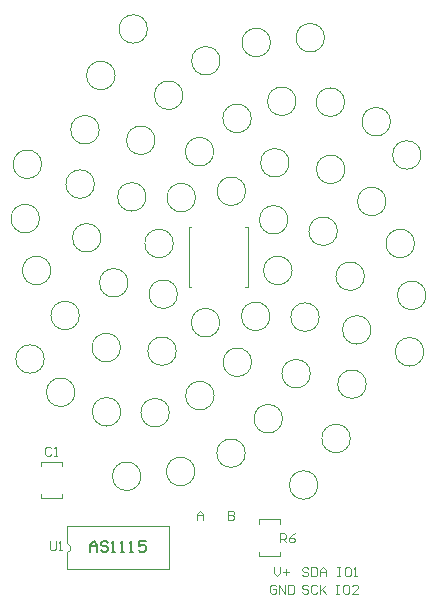
<source format=gto>
G04*
G04 #@! TF.GenerationSoftware,Altium Limited,CircuitStudio,1.5.2 (30)*
G04*
G04 Layer_Color=65535*
%FSLAX25Y25*%
%MOIN*%
G70*
G01*
G75*
%ADD82C,0.00400*%
%ADD83C,0.00100*%
%ADD84C,0.00600*%
D82*
X5026241Y3036200D02*
G03*
X5026241Y3036200I-4741J0D01*
G01*
X5015441Y3020700D02*
G03*
X5015441Y3020700I-4741J0D01*
G01*
X5038041Y3014100D02*
G03*
X5038041Y3014100I-4741J0D01*
G01*
X5050441Y3025600D02*
G03*
X5050441Y3025600I-4741J0D01*
G01*
X5067241Y3031700D02*
G03*
X5067241Y3031700I-4741J0D01*
G01*
X5085241Y3033300D02*
G03*
X5085241Y3033300I-4741J0D01*
G01*
X5028741Y2999100D02*
G03*
X5028741Y2999100I-4741J0D01*
G01*
X5010141Y3002600D02*
G03*
X5010141Y3002600I-4741J0D01*
G01*
X5008541Y2984500D02*
G03*
X5008541Y2984500I-4741J0D01*
G01*
X5025758Y2980243D02*
G03*
X5025758Y2980243I-4741J0D01*
G01*
X5010741Y2966600D02*
G03*
X5010741Y2966600I-4741J0D01*
G01*
X5034841Y2964700D02*
G03*
X5034841Y2964700I-4741J0D01*
G01*
X5036241Y2947800D02*
G03*
X5036241Y2947800I-4741J0D01*
G01*
X5019741Y2951600D02*
G03*
X5019741Y2951600I-4741J0D01*
G01*
X5042241Y2980000D02*
G03*
X5042241Y2980000I-4741J0D01*
G01*
X5048341Y2995300D02*
G03*
X5048341Y2995300I-4741J0D01*
G01*
X5060841Y3006400D02*
G03*
X5060841Y3006400I-4741J0D01*
G01*
X5075741Y3012100D02*
G03*
X5075741Y3012100I-4741J0D01*
G01*
X5091941Y3011800D02*
G03*
X5091941Y3011800I-4741J0D01*
G01*
X5107241Y3005300D02*
G03*
X5107241Y3005300I-4741J0D01*
G01*
X5117441Y2994200D02*
G03*
X5117441Y2994200I-4741J0D01*
G01*
X5058941Y2982100D02*
G03*
X5058941Y2982100I-4741J0D01*
G01*
X5073441Y2991600D02*
G03*
X5073441Y2991600I-4741J0D01*
G01*
X5092041Y2989400D02*
G03*
X5092041Y2989400I-4741J0D01*
G01*
X5105741Y2978700D02*
G03*
X5105741Y2978700I-4741J0D01*
G01*
X5115241Y2964700D02*
G03*
X5115241Y2964700I-4741J0D01*
G01*
X5119041Y2947400D02*
G03*
X5119041Y2947400I-4741J0D01*
G01*
X5118341Y2928600D02*
G03*
X5118341Y2928600I-4741J0D01*
G01*
X4990941Y2991100D02*
G03*
X4990941Y2991100I-4741J0D01*
G01*
X4990241Y2973000D02*
G03*
X4990241Y2973000I-4741J0D01*
G01*
X4994041Y2955700D02*
G03*
X4994041Y2955700I-4741J0D01*
G01*
X5003542Y2940700D02*
G03*
X5003542Y2940700I-4741J0D01*
G01*
X5017241Y2930000D02*
G03*
X5017241Y2930000I-4741J0D01*
G01*
X5035841Y2928800D02*
G03*
X5035841Y2928800I-4741J0D01*
G01*
X5050341Y2938300D02*
G03*
X5050341Y2938300I-4741J0D01*
G01*
X4991841Y2926200D02*
G03*
X4991841Y2926200I-4741J0D01*
G01*
X5002041Y2915100D02*
G03*
X5002041Y2915100I-4741J0D01*
G01*
X5017341Y2908600D02*
G03*
X5017341Y2908600I-4741J0D01*
G01*
X5033541Y2908300D02*
G03*
X5033541Y2908300I-4741J0D01*
G01*
X5048441Y2914000D02*
G03*
X5048441Y2914000I-4741J0D01*
G01*
X5060941Y2925100D02*
G03*
X5060941Y2925100I-4741J0D01*
G01*
X5067041Y2940400D02*
G03*
X5067041Y2940400I-4741J0D01*
G01*
X5089541Y2968800D02*
G03*
X5089541Y2968800I-4741J0D01*
G01*
X5073041Y2972600D02*
G03*
X5073041Y2972600I-4741J0D01*
G01*
X5074441Y2955700D02*
G03*
X5074441Y2955700I-4741J0D01*
G01*
X5098541Y2953800D02*
G03*
X5098541Y2953800I-4741J0D01*
G01*
X5083490Y2940155D02*
G03*
X5083490Y2940155I-4741J0D01*
G01*
X5100741Y2935900D02*
G03*
X5100741Y2935900I-4741J0D01*
G01*
X5099141Y2917800D02*
G03*
X5099141Y2917800I-4741J0D01*
G01*
X5080541Y2921300D02*
G03*
X5080541Y2921300I-4741J0D01*
G01*
X5024041Y2887100D02*
G03*
X5024041Y2887100I-4741J0D01*
G01*
X5042041Y2888700D02*
G03*
X5042041Y2888700I-4741J0D01*
G01*
X5058841Y2894800D02*
G03*
X5058841Y2894800I-4741J0D01*
G01*
X5071241Y2906300D02*
G03*
X5071241Y2906300I-4741J0D01*
G01*
X5093841Y2899700D02*
G03*
X5093841Y2899700I-4741J0D01*
G01*
X5083041Y2884200D02*
G03*
X5083041Y2884200I-4741J0D01*
G01*
X5059684Y2970201D02*
X5059684Y2950201D01*
X5039984D02*
Y2970201D01*
X5058884Y2950201D02*
X5059684Y2950201D01*
X5058884Y2970201D02*
X5059684Y2970201D01*
X5039984Y2970201D02*
X5040784Y2970201D01*
X5039984Y2950201D02*
X5040784Y2950201D01*
X5063300Y2860500D02*
X5070300D01*
X5063300Y2872700D02*
X5070300Y2872700D01*
X5063300Y2871300D02*
X5063300Y2872700D01*
Y2860500D02*
Y2861800D01*
X5070300Y2872700D02*
X5070300Y2871300D01*
X5070300Y2860500D02*
Y2861800D01*
X4990800Y2879800D02*
X4997800D01*
X4990800Y2892000D02*
X4997800Y2892000D01*
X4990800Y2890600D02*
X4990800Y2892000D01*
Y2879800D02*
Y2881100D01*
X4997800Y2892000D02*
X4997800Y2890600D01*
X4997800Y2879800D02*
Y2881100D01*
X5079899Y2856299D02*
X5079399Y2856799D01*
X5078400D01*
X5077900Y2856299D01*
Y2855799D01*
X5078400Y2855300D01*
X5079399D01*
X5079899Y2854800D01*
Y2854300D01*
X5079399Y2853800D01*
X5078400D01*
X5077900Y2854300D01*
X5080899Y2856799D02*
Y2853800D01*
X5082399D01*
X5082898Y2854300D01*
Y2856299D01*
X5082399Y2856799D01*
X5080899D01*
X5083898Y2853800D02*
Y2855799D01*
X5084898Y2856799D01*
X5085897Y2855799D01*
Y2853800D01*
Y2855300D01*
X5083898D01*
X5068500Y2856799D02*
Y2854800D01*
X5069500Y2853800D01*
X5070499Y2854800D01*
Y2856799D01*
X5071499Y2855300D02*
X5073499D01*
X5072499Y2856299D02*
Y2854300D01*
X4994199Y2896399D02*
X4993700Y2896899D01*
X4992700D01*
X4992200Y2896399D01*
Y2894400D01*
X4992700Y2893900D01*
X4993700D01*
X4994199Y2894400D01*
X4995199Y2893900D02*
X4996199D01*
X4995699D01*
Y2896899D01*
X4995199Y2896399D01*
X5070400Y2865100D02*
Y2868099D01*
X5071899D01*
X5072399Y2867599D01*
Y2866599D01*
X5071899Y2866100D01*
X5070400D01*
X5071400D02*
X5072399Y2865100D01*
X5075398Y2868099D02*
X5074399Y2867599D01*
X5073399Y2866599D01*
Y2865600D01*
X5073899Y2865100D01*
X5074899D01*
X5075398Y2865600D01*
Y2866100D01*
X5074899Y2866599D01*
X5073399D01*
X5042800Y2872600D02*
Y2874599D01*
X5043800Y2875599D01*
X5044799Y2874599D01*
Y2872600D01*
Y2874100D01*
X5042800D01*
X5053100Y2875599D02*
Y2872600D01*
X5054599D01*
X5055099Y2873100D01*
Y2873600D01*
X5054599Y2874100D01*
X5053100D01*
X5054599D01*
X5055099Y2874599D01*
Y2875099D01*
X5054599Y2875599D01*
X5053100D01*
X5089500Y2856799D02*
X5090500D01*
X5090000D01*
Y2853800D01*
X5089500D01*
X5090500D01*
X5093499Y2856799D02*
X5092499D01*
X5091999Y2856299D01*
Y2854300D01*
X5092499Y2853800D01*
X5093499D01*
X5093998Y2854300D01*
Y2856299D01*
X5093499Y2856799D01*
X5094998Y2853800D02*
X5095998D01*
X5095498D01*
Y2856799D01*
X5094998Y2856299D01*
X5089000Y2850899D02*
X5090000D01*
X5089500D01*
Y2847900D01*
X5089000D01*
X5090000D01*
X5092999Y2850899D02*
X5091999D01*
X5091499Y2850399D01*
Y2848400D01*
X5091999Y2847900D01*
X5092999D01*
X5093499Y2848400D01*
Y2850399D01*
X5092999Y2850899D01*
X5096498Y2847900D02*
X5094498D01*
X5096498Y2849899D01*
Y2850399D01*
X5095998Y2850899D01*
X5094998D01*
X5094498Y2850399D01*
X5069199D02*
X5068700Y2850899D01*
X5067700D01*
X5067200Y2850399D01*
Y2848400D01*
X5067700Y2847900D01*
X5068700D01*
X5069199Y2848400D01*
Y2849400D01*
X5068200D01*
X5070199Y2847900D02*
Y2850899D01*
X5072198Y2847900D01*
Y2850899D01*
X5073198D02*
Y2847900D01*
X5074697D01*
X5075197Y2848400D01*
Y2850399D01*
X5074697Y2850899D01*
X5073198D01*
X4993700Y2865399D02*
Y2862900D01*
X4994200Y2862400D01*
X4995200D01*
X4995699Y2862900D01*
Y2865399D01*
X4996699Y2862400D02*
X4997699D01*
X4997199D01*
Y2865399D01*
X4996699Y2864899D01*
X5079899Y2850399D02*
X5079399Y2850899D01*
X5078400D01*
X5077900Y2850399D01*
Y2849899D01*
X5078400Y2849400D01*
X5079399D01*
X5079899Y2848900D01*
Y2848400D01*
X5079399Y2847900D01*
X5078400D01*
X5077900Y2848400D01*
X5082898Y2850399D02*
X5082399Y2850899D01*
X5081399D01*
X5080899Y2850399D01*
Y2848400D01*
X5081399Y2847900D01*
X5082399D01*
X5082898Y2848400D01*
X5083898Y2850899D02*
Y2847900D01*
Y2848900D01*
X5085897Y2850899D01*
X5084398Y2849400D01*
X5085897Y2847900D01*
D83*
X4999554Y2870597D02*
X5033311Y2870597D01*
X4999554Y2856043D02*
X5033311Y2856043D01*
X4999554Y2856043D02*
X4999554Y2861798D01*
X5033311Y2870597D02*
X5033311Y2856043D01*
X4999554Y2861798D02*
X5000341Y2862586D01*
X4999554Y2864735D02*
X4999554Y2870597D01*
X4999554Y2864735D02*
X5000341Y2863948D01*
X5000341Y2862586D01*
D84*
X5007100Y2861900D02*
Y2864299D01*
X5008300Y2865499D01*
X5009499Y2864299D01*
Y2861900D01*
Y2863699D01*
X5007100D01*
X5013098Y2864899D02*
X5012498Y2865499D01*
X5011299D01*
X5010699Y2864899D01*
Y2864299D01*
X5011299Y2863699D01*
X5012498D01*
X5013098Y2863100D01*
Y2862500D01*
X5012498Y2861900D01*
X5011299D01*
X5010699Y2862500D01*
X5014298Y2861900D02*
X5015497D01*
X5014898D01*
Y2865499D01*
X5014298Y2864899D01*
X5017297Y2861900D02*
X5018496D01*
X5017897D01*
Y2865499D01*
X5017297Y2864899D01*
X5020296Y2861900D02*
X5021495D01*
X5020895D01*
Y2865499D01*
X5020296Y2864899D01*
X5025694Y2865499D02*
X5023295D01*
Y2863699D01*
X5024495Y2864299D01*
X5025094D01*
X5025694Y2863699D01*
Y2862500D01*
X5025094Y2861900D01*
X5023895D01*
X5023295Y2862500D01*
M02*

</source>
